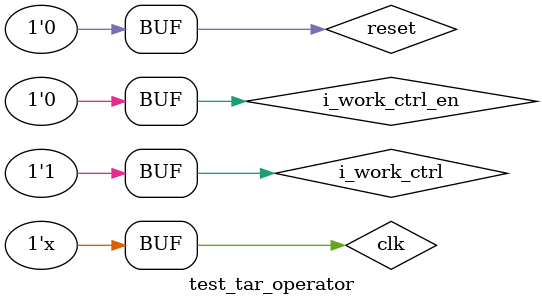
<source format=v>
`timescale 1ns / 1ps


module test_tar_operator;

	// Inputs
	reg clk;
	reg reset;
	reg i_work_ctrl_en;
	reg i_work_ctrl;
	reg i_psi_phi_data_valid;
	reg [67:0] i_psi_data;
	reg i_phi_data_valid;
	reg [34:0] i_phi_data;

	// Outputs
	wire o_tar_data_valid;
	wire [34:0] o_tar_data;
	
	reg [39:0] count;

	// Instantiate the Unit Under Test (UUT)
	tar_operator #(
		.PSI_WIDTH(34),
		.PHI_WIDTH(35),
		.TAR_WIDTH(35)
	)uut(
		.clk(clk), 
		.reset(reset), 
		.i_work_ctrl_en(i_work_ctrl_en), 
		.i_work_ctrl(i_work_ctrl), 
		.i_psi_phi_data_valid(i_psi_phi_data_valid), 
		.i_psi_data(i_psi_data), 
		.i_phi_data(i_phi_data), 
		.o_tar_data_valid(o_tar_data_valid), 
		.o_tar_data(o_tar_data)
	);

	initial begin
		// Initialize Inputs
		clk = 0;
		reset = 0;
		i_work_ctrl_en = 0;
		i_work_ctrl = 0;
		i_psi_phi_data_valid = 0;
		i_psi_data = 0;
		i_phi_data = 0;

		// Wait 100 ns for global reset to finish
		#10;
		reset = 1;
		#10;
		reset = 0;
		#10;
		i_work_ctrl_en = 1;
		i_work_ctrl = 1;
		#10;
		i_work_ctrl_en = 0;
		#10;
        
		// Add stimulus here

	end
	
	always
		#5 clk = ~clk;
	
	always @(posedge clk or posedge reset) begin
		if(reset == 1'b1) begin
			count <= 40'd0;
		end
		else begin
			count <= count + 1'd1;
		end
	end
	
	always @(posedge clk or posedge reset) begin
		if(reset == 1'b1) begin
			i_psi_phi_data_valid<= 1'b0;
			i_psi_data			<= 'd0;
			i_phi_data			<= 'd0;
		end
		else if(count[2:0] == 3'd7) begin
			i_psi_phi_data_valid<= 1'b1;
			i_psi_data			<= count[34:3];
			i_phi_data			<= count[34:3]+1'd1;
		end
		else begin
			i_psi_phi_data_valid<= 1'b0;
			i_psi_data			<= i_psi_data;
			i_phi_data			<= i_phi_data;
		end
	end
	
	
	
      
endmodule

</source>
